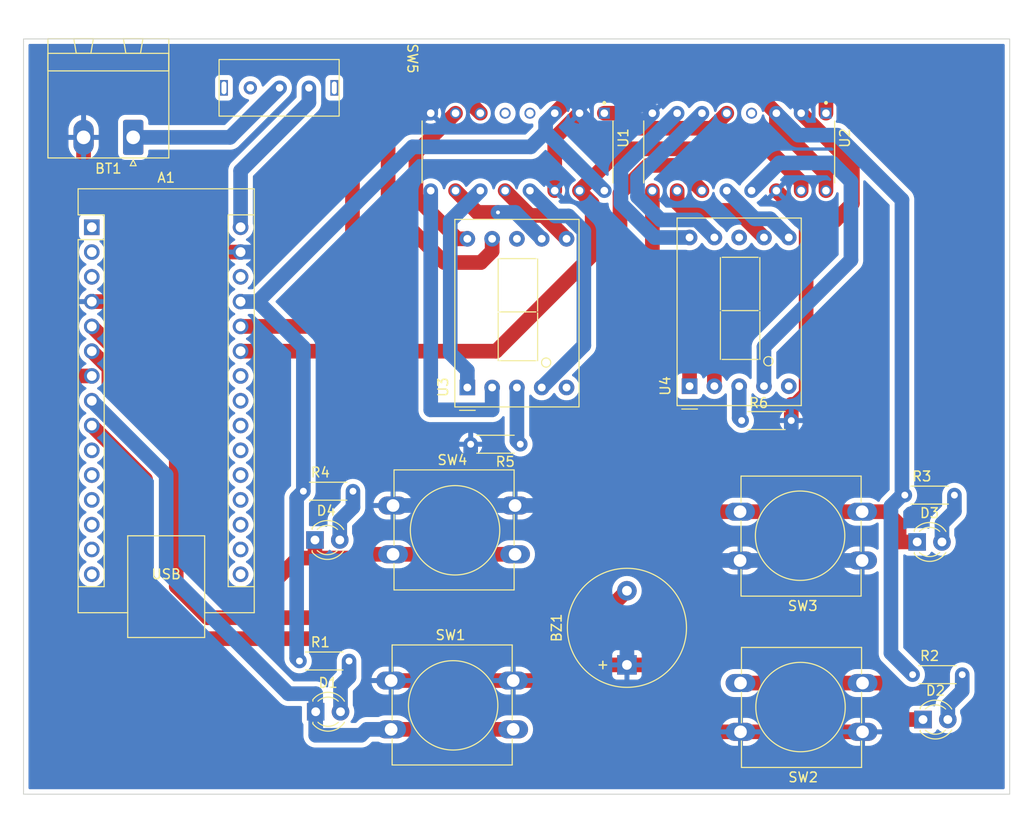
<source format=kicad_pcb>
(kicad_pcb (version 20211014) (generator pcbnew)
  (title_block (title "Simon Dice") (date "2023-02-08"))
  (layers (0 "F.Cu" signal) (31 "B.Cu" signal) (34 "B.Paste" user) (35 "F.Paste" user) (36 "B.SilkS" user "B.Silkscreen") (37 "F.SilkS" user "F.Silkscreen") (38 "B.Mask" user) (39 "F.Mask" user) (44 "Edge.Cuts" user))
  (net 0 "")
  (net 1 "VCC")
  (net 2 "GND")
  (net 6 "Net-(A1-Pad5)")
  (net 7 "Net-(A1-Pad6)")
  (net 8 "Net-(A1-Pad7)")
  (net 9 "Net-(A1-Pad8)")
  (net 10 "Net-(A1-Pad9)")
  (net 26 "Net-(A1-Pad25)")
  (net 27 "Net-(A1-Pad26)")
  (net 28 "+5V")
  (net 30 "Net-(D1-Pad2)")
  (net 31 "Net-(D2-Pad2)")
  (net 32 "Net-(D3-Pad2)")
  (net 33 "Net-(D4-Pad2)")
  (net 34 "Net-(R6-Pad1)")
  (net 35 "Net-(U1-Pad1)")
  (net 38 "Net-(U1-Pad6)")
  (net 39 "Net-(U1-Pad7)")
  (net 40 "Net-(U1-Pad9)")
  (net 41 "Net-(U1-Pad10)")
  (net 42 "Net-(U1-Pad11)")
  (net 43 "Net-(U1-Pad12)")
  (net 44 "Net-(U1-Pad13)")
  (net 46 "Net-(U2-Pad6)")
  (net 47 "Net-(U2-Pad7)")
  (net 48 "Net-(U2-Pad9)")
  (net 49 "Net-(U2-Pad10)")
  (net 50 "Net-(U2-Pad11)")
  (net 51 "Net-(U2-Pad12)")
  (net 52 "Net-(U2-Pad13)")
  (net 55 "Net-(BT1-Pad1)")
  (net 58 "Net-(R5-Pad1)")
  (footprint "Resistor_THT:R_Axial_DIN0204_L3.6mm_D1.6mm_P5.08mm_Horizontal" (layer "F.Cu") (at 171.06 89.6)
    (fp_text reference "R6" (at 1.74 -1.8) (layer "F.SilkS"))
    (fp_text value "470")
    (pad "1" thru_hole circle (at 0 0) (size 1.4 1.4) (drill 0.7) (layers *.Cu *.Mask) (net 34 "Net-(R6-Pad1)"))
    (pad "2" thru_hole oval (at 5.08 0) (size 1.4 1.4) (drill 0.7) (layers *.Cu *.Mask) (net 2 "GND"))
  )
  (footprint "Button_Switch_THT:SW_PUSH-12mm" (layer "F.Cu") (at 135.16 116.245)
    (fp_text reference "SW1" (at 6.08 -4.66) (layer "F.SilkS"))
    (fp_text value "SW_Push")
    (pad "1" thru_hole oval (at 12.5 0) (size 3.048 1.85) (drill 1.3) (layers *.Cu *.Mask) (net 2 "GND"))
    (pad "1" thru_hole oval (at 0 0) (size 3.048 1.85) (drill 1.3) (layers *.Cu *.Mask) (net 2 "GND"))
    (pad "2" thru_hole oval (at 12.5 5) (size 3.048 1.85) (drill 1.3) (layers *.Cu *.Mask) (net 9 "Net-(A1-Pad8)"))
    (pad "2" thru_hole oval (at 0 5) (size 3.048 1.85) (drill 1.3) (layers *.Cu *.Mask) (net 9 "Net-(A1-Pad8)"))
  )
  (footprint "LED_THT:LED_D3.0mm" (layer "F.Cu") (at 127.36 101.84)
    (fp_text reference "D4" (at 1.15 -3) (layer "F.SilkS"))
    (fp_text value "LED")
    (pad "1" thru_hole rect (at 0 0) (size 1.8 1.8) (drill 0.9) (layers *.Cu *.Mask) (net 6 "Net-(A1-Pad5)"))
    (pad "2" thru_hole circle (at 2.54 0) (size 1.8 1.8) (drill 0.9) (layers *.Cu *.Mask) (net 33 "Net-(D4-Pad2)"))
  )
  (footprint "Resistor_THT:R_Axial_DIN0204_L3.6mm_D1.6mm_P5.08mm_Horizontal" (layer "F.Cu") (at 148.3868 92.0242 180)
    (fp_text reference "R5" (at 1.54 -1.8) (layer "F.SilkS"))
    (fp_text value "470")
    (pad "1" thru_hole circle (at 0 0 180) (size 1.4 1.4) (drill 0.7) (layers *.Cu *.Mask) (net 58 "Net-(R5-Pad1)"))
    (pad "2" thru_hole oval (at 5.08 0 180) (size 1.4 1.4) (drill 0.7) (layers *.Cu *.Mask) (net 2 "GND"))
  )
  (footprint "Button_Switch_THT:SW_PUSH-12mm" (layer "F.Cu") (at 183.44 121.5 180)
    (fp_text reference "SW2" (at 6.08 -4.66) (layer "F.SilkS"))
    (fp_text value "SW_Push")
    (pad "1" thru_hole oval (at 0 0 180) (size 3.048 1.85) (drill 1.3) (layers *.Cu *.Mask) (net 2 "GND"))
    (pad "1" thru_hole oval (at 12.5 0 180) (size 3.048 1.85) (drill 1.3) (layers *.Cu *.Mask) (net 2 "GND"))
    (pad "2" thru_hole oval (at 0 5 180) (size 3.048 1.85) (drill 1.3) (layers *.Cu *.Mask) (net 8 "Net-(A1-Pad7)"))
    (pad "2" thru_hole oval (at 12.5 5 180) (size 3.048 1.85) (drill 1.3) (layers *.Cu *.Mask) (net 8 "Net-(A1-Pad7)"))
  )
  (footprint "LED_THT:LED_D3.0mm" (layer "F.Cu") (at 189.635 120.24)
    (fp_text reference "D2" (at 1.27 -2.96) (layer "F.SilkS"))
    (fp_text value "LED")
    (pad "1" thru_hole rect (at 0 0) (size 1.8 1.8) (drill 0.9) (layers *.Cu *.Mask) (net 8 "Net-(A1-Pad7)"))
    (pad "2" thru_hole circle (at 2.54 0) (size 1.8 1.8) (drill 0.9) (layers *.Cu *.Mask) (net 31 "Net-(D2-Pad2)"))
  )
  (footprint "Resistor_THT:R_Axial_DIN0204_L3.6mm_D1.6mm_P5.08mm_Horizontal" (layer "F.Cu") (at 126.17 96.84)
    (fp_text reference "R4" (at 1.74 -1.92) (layer "F.SilkS"))
    (fp_text value "1k")
    (pad "1" thru_hole circle (at 0 0) (size 1.4 1.4) (drill 0.7) (layers *.Cu *.Mask) (net 28 "+5V"))
    (pad "2" thru_hole oval (at 5.08 0) (size 1.4 1.4) (drill 0.7) (layers *.Cu *.Mask) (net 33 "Net-(D4-Pad2)"))
  )
  (footprint "Button_Switch_THT:SW_PUSH-12mm" (layer "F.Cu") (at 183.395 103.94 180)
    (fp_text reference "SW3" (at 6.08 -4.66) (layer "F.SilkS"))
    (fp_text value "SW_Push")
    (pad "1" thru_hole oval (at 12.5 0 180) (size 3.048 1.85) (drill 1.3) (layers *.Cu *.Mask) (net 2 "GND"))
    (pad "1" thru_hole oval (at 0 0 180) (size 3.048 1.85) (drill 1.3) (layers *.Cu *.Mask) (net 2 "GND"))
    (pad "2" thru_hole oval (at 0 5 180) (size 3.048 1.85) (drill 1.3) (layers *.Cu *.Mask) (net 7 "Net-(A1-Pad6)"))
    (pad "2" thru_hole oval (at 12.5 5 180) (size 3.048 1.85) (drill 1.3) (layers *.Cu *.Mask) (net 7 "Net-(A1-Pad6)"))
  )
  (footprint "Button_Switch_THT:SW_PUSH-12mm" (layer "F.Cu") (at 135.355 98.305)
    (fp_text reference "SW4" (at 6.08 -4.66) (layer "F.SilkS"))
    (fp_text value "SW_Push")
    (pad "1" thru_hole oval (at 0 0) (size 3.048 1.85) (drill 1.3) (layers *.Cu *.Mask) (net 2 "GND"))
    (pad "1" thru_hole oval (at 12.5 0) (size 3.048 1.85) (drill 1.3) (layers *.Cu *.Mask) (net 2 "GND"))
    (pad "2" thru_hole oval (at 0 5) (size 3.048 1.85) (drill 1.3) (layers *.Cu *.Mask) (net 6 "Net-(A1-Pad5)"))
    (pad "2" thru_hole oval (at 12.5 5) (size 3.048 1.85) (drill 1.3) (layers *.Cu *.Mask) (net 6 "Net-(A1-Pad5)"))
  )
  (footprint "Resistor_THT:R_Axial_DIN0204_L3.6mm_D1.6mm_P5.08mm_Horizontal" (layer "F.Cu") (at 188.57 115.64)
    (fp_text reference "R2" (at 1.74 -1.92) (layer "F.SilkS"))
    (fp_text value "1k")
    (pad "1" thru_hole circle (at 0 0) (size 1.4 1.4) (drill 0.7) (layers *.Cu *.Mask) (net 28 "+5V"))
    (pad "2" thru_hole oval (at 5.08 0) (size 1.4 1.4) (drill 0.7) (layers *.Cu *.Mask) (net 31 "Net-(D2-Pad2)"))
  )
  (footprint "Display_7Segment:D1X8K" (layer "F.Cu") (at 142.9637 86.2123 90)
    (fp_text reference "U3" (at 0.03 -2.48 90) (layer "F.SilkS"))
    (fp_text value "D148K")
    (pad "1" thru_hole rect (at 0 0) (size 1.6 1.6) (drill 0.8) (layers *.Cu *.Mask) (net 42 "Net-(U1-Pad11)"))
    (pad "2" thru_hole circle (at 0 2.54) (size 1.6 1.6) (drill 0.8) (layers *.Cu *.Mask) (net 40 "Net-(U1-Pad9)"))
    (pad "3" thru_hole circle (at 0 5.08) (size 1.6 1.6) (drill 0.8) (layers *.Cu *.Mask) (net 58 "Net-(R5-Pad1)"))
    (pad "4" thru_hole circle (at 0 7.62) (size 1.6 1.6) (drill 0.8) (layers *.Cu *.Mask) (net 44 "Net-(U1-Pad13)"))
    (pad "5" thru_hole circle (at 0 10.16) (size 1.6 1.6) (drill 0.8) (layers *.Cu *.Mask))
    (pad "6" thru_hole circle (at 15.24 10.16) (size 1.6 1.6) (drill 0.8) (layers *.Cu *.Mask) (net 43 "Net-(U1-Pad12)"))
    (pad "7" thru_hole circle (at 15.24 7.62) (size 1.6 1.6) (drill 0.8) (layers *.Cu *.Mask) (net 41 "Net-(U1-Pad10)"))
    (pad "8" thru_hole circle (at 15.24 5.08) (size 1.6 1.6) (drill 0.8) (layers *.Cu *.Mask))
    (pad "9" thru_hole circle (at 15.24 2.54) (size 1.6 1.6) (drill 0.8) (layers *.Cu *.Mask) (net 38 "Net-(U1-Pad6)"))
    (pad "10" thru_hole circle (at 15.24 0) (size 1.6 1.6) (drill 0.8) (layers *.Cu *.Mask) (net 39 "Net-(U1-Pad7)"))
  )
  (footprint "Module:Arduino_Nano" (layer "F.Cu") (at 104.5 69.79)
    (fp_text reference "A1" (at 7.62 -5.08) (layer "F.SilkS"))
    (fp_text value "Arduino_Nano_v3.x")
    (fp_text user "USB" (at 7.62 35.56 unlocked) (layer "F.SilkS"))
    (pad "1" thru_hole rect (at 0 0) (size 1.6 1.6) (drill 1) (layers *.Cu *.Mask))
    (pad "2" thru_hole oval (at 0 2.54) (size 1.6 1.6) (drill 1) (layers *.Cu *.Mask))
    (pad "3" thru_hole oval (at 0 5.08) (size 1.6 1.6) (drill 1) (layers *.Cu *.Mask))
    (pad "4" thru_hole oval (at 0 7.62) (size 1.6 1.6) (drill 1) (layers *.Cu *.Mask) (net 2 "GND"))
    (pad "5" thru_hole oval (at 0 10.16) (size 1.6 1.6) (drill 1) (layers *.Cu *.Mask) (net 6 "Net-(A1-Pad5)"))
    (pad "6" thru_hole oval (at 0 12.7) (size 1.6 1.6) (drill 1) (layers *.Cu *.Mask) (net 7 "Net-(A1-Pad6)"))
    (pad "7" thru_hole oval (at 0 15.24) (size 1.6 1.6) (drill 1) (layers *.Cu *.Mask) (net 8 "Net-(A1-Pad7)"))
    (pad "8" thru_hole oval (at 0 17.78) (size 1.6 1.6) (drill 1) (layers *.Cu *.Mask) (net 9 "Net-(A1-Pad8)"))
    (pad "9" thru_hole oval (at 0 20.32) (size 1.6 1.6) (drill 1) (layers *.Cu *.Mask) (net 10 "Net-(A1-Pad9)"))
    (pad "10" thru_hole oval (at 0 22.86) (size 1.6 1.6) (drill 1) (layers *.Cu *.Mask))
    (pad "11" thru_hole oval (at 0 25.4) (size 1.6 1.6) (drill 1) (layers *.Cu *.Mask))
    (pad "12" thru_hole oval (at 0 27.94) (size 1.6 1.6) (drill 1) (layers *.Cu *.Mask))
    (pad "13" thru_hole oval (at 0 30.48) (size 1.6 1.6) (drill 1) (layers *.Cu *.Mask))
    (pad "14" thru_hole oval (at 0 33.02) (size 1.6 1.6) (drill 1) (layers *.Cu *.Mask))
    (pad "15" thru_hole oval (at 0 35.56) (size 1.6 1.6) (drill 1) (layers *.Cu *.Mask))
    (pad "16" thru_hole oval (at 15.24 35.56) (size 1.6 1.6) (drill 1) (layers *.Cu *.Mask))
    (pad "17" thru_hole oval (at 15.24 33.02) (size 1.6 1.6) (drill 1) (layers *.Cu *.Mask))
    (pad "18" thru_hole oval (at 15.24 30.48) (size 1.6 1.6) (drill 1) (layers *.Cu *.Mask))
    (pad "19" thru_hole oval (at 15.24 27.94) (size 1.6 1.6) (drill 1) (layers *.Cu *.Mask))
    (pad "20" thru_hole oval (at 15.24 25.4) (size 1.6 1.6) (drill 1) (layers *.Cu *.Mask))
    (pad "21" thru_hole oval (at 15.24 22.86) (size 1.6 1.6) (drill 1) (layers *.Cu *.Mask))
    (pad "22" thru_hole oval (at 15.24 20.32) (size 1.6 1.6) (drill 1) (layers *.Cu *.Mask))
    (pad "23" thru_hole oval (at 15.24 17.78) (size 1.6 1.6) (drill 1) (layers *.Cu *.Mask))
    (pad "24" thru_hole oval (at 15.24 15.24) (size 1.6 1.6) (drill 1) (layers *.Cu *.Mask))
    (pad "25" thru_hole oval (at 15.24 12.7) (size 1.6 1.6) (drill 1) (layers *.Cu *.Mask) (net 26 "Net-(A1-Pad25)"))
    (pad "26" thru_hole oval (at 15.24 10.16) (size 1.6 1.6) (drill 1) (layers *.Cu *.Mask) (net 27 "Net-(A1-Pad26)"))
    (pad "27" thru_hole oval (at 15.24 7.62) (size 1.6 1.6) (drill 1) (layers *.Cu *.Mask) (net 28 "+5V"))
    (pad "28" thru_hole oval (at 15.24 5.08) (size 1.6 1.6) (drill 1) (layers *.Cu *.Mask))
    (pad "29" thru_hole oval (at 15.24 2.54) (size 1.6 1.6) (drill 1) (layers *.Cu *.Mask) (net 2 "GND"))
    (pad "30" thru_hole oval (at 15.24 0) (size 1.6 1.6) (drill 1) (layers *.Cu *.Mask) (net 1 "VCC"))
  )
  (footprint "slide_switch:Switch_Slide_SPDT_SS-12F44-G5" (layer "F.Cu") (at 129.7375 55.5 -90)
    (fp_text reference "SW5" (at -3 -7.6 -90 unlocked) (layer "F.SilkS"))
    (fp_text value "SS-12F44-G5")
    (pad "" np_thru_hole rect (at 0 0.4 270) (size 1.6 0.8) (drill oval 1.3 0.5) (layers F&B.Cu *.Mask))
    (pad "" np_thru_hole rect (at 0 11.7 270) (size 1.6 0.8) (drill oval 1.3 0.5) (layers F&B.Cu *.Mask))
    (pad "2" thru_hole circle (at 0 3 270) (size 1.362 1.362) (drill 0.762) (layers *.Cu *.Mask) (net 1 "VCC"))
    (pad "3" thru_hole circle (at 0 6 270) (size 1.362 1.362) (drill 0.762) (layers *.Cu *.Mask) (net 55 "Net-(BT1-Pad1)"))
    (pad "4" thru_hole circle (at 0 9 270) (size 1.362 1.362) (drill 0.762) (layers *.Cu *.Mask))
  )
  (footprint "Resistor_THT:R_Axial_DIN0204_L3.6mm_D1.6mm_P5.08mm_Horizontal" (layer "F.Cu") (at 187.77 97.24)
    (fp_text reference "R3" (at 1.74 -1.92) (layer "F.SilkS"))
    (fp_text value "1k")
    (pad "1" thru_hole circle (at 0 0) (size 1.4 1.4) (drill 0.7) (layers *.Cu *.Mask) (net 28 "+5V"))
    (pad "2" thru_hole oval (at 5.08 0) (size 1.4 1.4) (drill 0.7) (layers *.Cu *.Mask) (net 32 "Net-(D3-Pad2)"))
  )
  (footprint "CD4033:DIP794W45P254L1969H508Q16" (layer "F.Cu") (at 170.805 62.07 -90)
    (fp_text reference "U2" (at -1.425 -10.835 90) (layer "F.SilkS"))
    (fp_text value "CD4033BE")
    (pad "1" thru_hole rect locked (at -3.97 -8.89 270) (size 1.13 1.13) (drill 0.78) (layers *.Cu *.Mask) (net 27 "Net-(A1-Pad26)"))
    (pad "2" thru_hole circle locked (at -3.97 -6.35 270) (size 1.13 1.13) (drill 0.78) (layers *.Cu *.Mask) (net 2 "GND"))
    (pad "3" thru_hole circle locked (at -3.97 -3.81 270) (size 1.13 1.13) (drill 0.78) (layers *.Cu *.Mask) (net 28 "+5V"))
    (pad "4" thru_hole circle locked (at -3.97 -1.27 270) (size 1.13 1.13) (drill 0.78) (layers *.Cu *.Mask))
    (pad "5" thru_hole circle locked (at -3.97 1.27 270) (size 1.13 1.13) (drill 0.78) (layers *.Cu *.Mask) (net 35 "Net-(U1-Pad1)"))
    (pad "6" thru_hole circle locked (at -3.97 3.81 270) (size 1.13 1.13) (drill 0.78) (layers *.Cu *.Mask) (net 46 "Net-(U2-Pad6)"))
    (pad "7" thru_hole circle locked (at -3.97 6.35 270) (size 1.13 1.13) (drill 0.78) (layers *.Cu *.Mask) (net 47 "Net-(U2-Pad7)"))
    (pad "8" thru_hole circle locked (at -3.97 8.89 270) (size 1.13 1.13) (drill 0.78) (layers *.Cu *.Mask) (net 2 "GND"))
    (pad "9" thru_hole circle locked (at 3.97 8.89 270) (size 1.13 1.13) (drill 0.78) (layers *.Cu *.Mask) (net 48 "Net-(U2-Pad9)"))
    (pad "10" thru_hole circle locked (at 3.97 6.35 270) (size 1.13 1.13) (drill 0.78) (layers *.Cu *.Mask) (net 49 "Net-(U2-Pad10)"))
    (pad "11" thru_hole circle locked (at 3.97 3.81 270) (size 1.13 1.13) (drill 0.78) (layers *.Cu *.Mask) (net 50 "Net-(U2-Pad11)"))
    (pad "12" thru_hole circle locked (at 3.97 1.27 270) (size 1.13 1.13) (drill 0.78) (layers *.Cu *.Mask) (net 51 "Net-(U2-Pad12)"))
    (pad "13" thru_hole circle locked (at 3.97 -1.27 270) (size 1.13 1.13) (drill 0.78) (layers *.Cu *.Mask) (net 52 "Net-(U2-Pad13)"))
    (pad "14" thru_hole circle locked (at 3.97 -3.81 270) (size 1.13 1.13) (drill 0.78) (layers *.Cu *.Mask) (net 2 "GND"))
    (pad "15" thru_hole circle locked (at 3.97 -6.35 270) (size 1.13 1.13) (drill 0.78) (layers *.Cu *.Mask) (net 26 "Net-(A1-Pad25)"))
    (pad "16" thru_hole circle locked (at 3.97 -8.89 270) (size 1.13 1.13) (drill 0.78) (layers *.Cu *.Mask) (net 28 "+5V"))
  )
  (footprint "Resistor_THT:R_Axial_DIN0204_L3.6mm_D1.6mm_P5.08mm_Horizontal" (layer "F.Cu") (at 125.77 114.24)
    (fp_text reference "R1" (at 2.14 -1.92) (layer "F.SilkS"))
    (fp_text value "1k")
    (pad "1" thru_hole circle (at 0 0) (size 1.4 1.4) (drill 0.7) (layers *.Cu *.Mask) (net 28 "+5V"))
    (pad "2" thru_hole oval (at 5.08 0) (size 1.4 1.4) (drill 0.7) (layers *.Cu *.Mask) (net 30 "Net-(D1-Pad2)"))
  )
  (footprint "CD4033:DIP794W45P254L1969H508Q16" (layer "F.Cu") (at 148.105 62.07 -90)
    (fp_text reference "U1" (at -1.425 -10.835 90) (layer "F.SilkS"))
    (fp_text value "CD4033BE")
    (pad "1" thru_hole rect locked (at -3.97 -8.89 270) (size 1.13 1.13) (drill 0.78) (layers *.Cu *.Mask) (net 35 "Net-(U1-Pad1)"))
    (pad "2" thru_hole circle locked (at -3.97 -6.35 270) (size 1.13 1.13) (drill 0.78) (layers *.Cu *.Mask) (net 2 "GND"))
    (pad "3" thru_hole circle locked (at -3.97 -3.81 270) (size 1.13 1.13) (drill 0.78) (layers *.Cu *.Mask) (net 28 "+5V"))
    (pad "4" thru_hole circle locked (at -3.97 -1.27 270) (size 1.13 1.13) (drill 0.78) (layers *.Cu *.Mask))
    (pad "5" thru_hole circle locked (at -3.97 1.27 270) (size 1.13 1.13) (drill 0.78) (layers *.Cu *.Mask))
    (pad "6" thru_hole circle locked (at -3.97 3.81 270) (size 1.13 1.13) (drill 0.78) (layers *.Cu *.Mask) (net 38 "Net-(U1-Pad6)"))
    (pad "7" thru_hole circle locked (at -3.97 6.35 270) (size 1.13 1.13) (drill 0.78) (layers *.Cu *.Mask) (net 39 "Net-(U1-Pad7)"))
    (pad "8" thru_hole circle locked (at -3.97 8.89 270) (size 1.13 1.13) (drill 0.78) (layers *.Cu *.Mask) (net 2 "GND"))
    (pad "9" thru_hole circle locked (at 3.97 8.89 270) (size 1.13 1.13) (drill 0.78) (layers *.Cu *.Mask) (net 40 "Net-(U1-Pad9)"))
    (pad "10" thru_hole circle locked (at 3.97 6.35 270) (size 1.13 1.13) (drill 0.78) (layers *.Cu *.Mask) (net 41 "Net-(U1-Pad10)"))
    (pad "11" thru_hole circle locked (at 3.97 3.81 270) (size 1.13 1.13) (drill 0.78) (layers *.Cu *.Mask) (net 42 "Net-(U1-Pad11)"))
    (pad "12" thru_hole circle locked (at 3.97 1.27 270) (size 1.13 1.13) (drill 0.78) (layers *.Cu *.Mask) (net 43 "Net-(U1-Pad12)"))
    (pad "13" thru_hole circle locked (at 3.97 -1.27 270) (size 1.13 1.13) (drill 0.78) (layers *.Cu *.Mask) (net 44 "Net-(U1-Pad13)"))
    (pad "14" thru_hole circle locked (at 3.97 -3.81 270) (size 1.13 1.13) (drill 0.78) (layers *.Cu *.Mask) (net 2 "GND"))
    (pad "15" thru_hole circle locked (at 3.97 -6.35 270) (size 1.13 1.13) (drill 0.78) (layers *.Cu *.Mask) (net 26 "Net-(A1-Pad25)"))
    (pad "16" thru_hole circle locked (at 3.97 -8.89 270) (size 1.13 1.13) (drill 0.78) (layers *.Cu *.Mask) (net 28 "+5V"))
  )
  (footprint "Display_7Segment:D1X8K" (layer "F.Cu") (at 165.725 86.0775 90)
    (fp_text reference "U4" (at 0.03 -2.48 90) (layer "F.SilkS"))
    (fp_text value "D148K")
    (pad "1" thru_hole rect (at 0 0) (size 1.6 1.6) (drill 0.8) (layers *.Cu *.Mask) (net 50 "Net-(U2-Pad11)"))
    (pad "2" thru_hole circle (at 0 2.54) (size 1.6 1.6) (drill 0.8) (layers *.Cu *.Mask) (net 48 "Net-(U2-Pad9)"))
    (pad "3" thru_hole circle (at 0 5.08) (size 1.6 1.6) (drill 0.8) (layers *.Cu *.Mask) (net 34 "Net-(R6-Pad1)"))
    (pad "4" thru_hole circle (at 0 7.62) (size 1.6 1.6) (drill 0.8) (layers *.Cu *.Mask) (net 52 "Net-(U2-Pad13)"))
    (pad "5" thru_hole circle (at 0 10.16) (size 1.6 1.6) (drill 0.8) (layers *.Cu *.Mask))
    (pad "6" thru_hole circle (at 15.24 10.16) (size 1.6 1.6) (drill 0.8) (layers *.Cu *.Mask) (net 51 "Net-(U2-Pad12)"))
    (pad "7" thru_hole circle (at 15.24 7.62) (size 1.6 1.6) (drill 0.8) (layers *.Cu *.Mask) (net 49 "Net-(U2-Pad10)"))
    (pad "8" thru_hole circle (at 15.24 5.08) (size 1.6 1.6) (drill 0.8) (layers *.Cu *.Mask))
    (pad "9" thru_hole circle (at 15.24 2.54) (size 1.6 1.6) (drill 0.8) (layers *.Cu *.Mask) (net 46 "Net-(U2-Pad6)"))
    (pad "10" thru_hole circle (at 15.24 0) (size 1.6 1.6) (drill 0.8) (layers *.Cu *.Mask) (net 47 "Net-(U2-Pad7)"))
  )
  (footprint "Connector_Phoenix_MSTB:PhoenixContact_MSTBA_2,5_2-G-5,08_1x02_P5.08mm_Horizontal" (layer "F.Cu") (at 108.74 60.5775 180)
    (fp_text reference "BT1" (at 2.54 -3.2) (layer "F.SilkS"))
    (fp_text value "Battery_Cell")
    (pad "1" thru_hole roundrect (at 0 0 180) (size 2.08 3.6) (drill 1.4) (layers *.Cu *.Mask) (roundrect_rratio 0.1201918269) (net 55 "Net-(BT1-Pad1)"))
    (pad "2" thru_hole oval (at 5.08 0 180) (size 2.08 3.6) (drill 1.4) (layers *.Cu *.Mask) (net 2 "GND"))
  )
  (footprint "Buzzer_Beeper:Buzzer_12x9.5RM7.6" (layer "F.Cu") (at 159.31 114.64 90)
    (fp_text reference "BZ1" (at 3.8 -7.2 90) (layer "F.SilkS"))
    (fp_text value "Buzzer")
    (fp_text user "+" (at -0.01 -2.54 90) (layer "F.SilkS"))
    (pad "1" thru_hole rect (at 0 0 90) (size 2 2) (drill 1) (layers *.Cu *.Mask) (net 2 "GND"))
    (pad "2" thru_hole circle (at 7.6 0 90) (size 2 2) (drill 1) (layers *.Cu *.Mask) (net 10 "Net-(A1-Pad9)"))
  )
  (footprint "LED_THT:LED_D3.0mm" (layer "F.Cu") (at 189.035 102.04)
    (fp_text reference "D3" (at 1.27 -2.96) (layer "F.SilkS"))
    (fp_text value "LED")
    (pad "1" thru_hole rect (at 0 0) (size 1.8 1.8) (drill 0.9) (layers *.Cu *.Mask) (net 7 "Net-(A1-Pad6)"))
    (pad "2" thru_hole circle (at 2.54 0) (size 1.8 1.8) (drill 0.9) (layers *.Cu *.Mask) (net 32 "Net-(D3-Pad2)"))
  )
  (footprint "LED_THT:LED_D3.0mm" (layer "F.Cu") (at 127.435 119.44)
    (fp_text reference "D1" (at 1.27 -2.96) (layer "F.SilkS"))
    (fp_text value "LED")
    (pad "1" thru_hole rect (at 0 0) (size 1.8 1.8) (drill 0.9) (layers *.Cu *.Mask) (net 9 "Net-(A1-Pad8)"))
    (pad "2" thru_hole circle (at 2.54 0) (size 1.8 1.8) (drill 0.9) (layers *.Cu *.Mask) (net 30 "Net-(D1-Pad2)"))
  )
  (gr_rect (start 97.51 50.49) (end 198.51 127.89) (layer "Edge.Cuts") (width 0.1) (fill none))
  (segment (start 126.7375 55.5) (end 126.7375 57.0125) (width 1.5) (layer "B.Cu") (net 1))
  (segment (start 119.74 64.01) (end 119.74 69.79) (width 1.5) (layer "B.Cu") (net 1))
  (segment (start 126.7375 57.0125) (end 119.74 64.01) (width 1.5) (layer "B.Cu") (net 1))
  (segment (start 177.6621 69.0871) (end 174.615 66.04) (width 1.5) (layer "F.Cu") (net 2))
  (segment (start 147.66 116.245) (end 150.1343 116.245) (width 1.5) (layer "F.Cu") (net 2))
  (segment (start 159.31 114.64) (end 161.2603 114.64) (width 1.5) (layer "F.Cu") (net 2))
  (segment (start 183.44 121.5) (end 170.94 121.5) (width 1.5) (layer "F.Cu") (net 2))
  (segment (start 161.2603 114.64) (end 168.1203 121.5) (width 1.5) (layer "F.Cu") (net 2))
  (segment (start 177.6621 86.8426) (end 177.6621 69.0871) (width 1.5) (layer "F.Cu") (net 2))
  (segment (start 176.14 89.6) (end 176.14 87.9497) (width 1.5) (layer "F.Cu") (net 2))
  (segment (start 135.16 116.245) (end 147.66 116.245) (width 1.5) (layer "F.Cu") (net 2))
  (segment (start 180.6629 69.0871) (end 177.6621 69.0871) (width 1.5) (layer "F.Cu") (net 2))
  (segment (start 182.4 63.345) (end 182.4 67.35) (width 1.5) (layer "F.Cu") (net 2))
  (segment (start 159.31 114.64) (end 151.7393 114.64) (width 1.5) (layer "F.Cu") (net 2))
  (segment (start 177.155 58.1) (end 182.4 63.345) (width 1.5) (layer "F.Cu") (net 2))
  (segment (start 107.75 77.41) (end 112.83 72.33) (width 1.5) (layer "F.Cu") (net 2))
  (segment (start 176.555 87.9497) (end 177.6621 86.8426) (width 1.5) (layer "F.Cu") (net 2))
  (segment (start 151.7393 114.64) (end 150.1343 116.245) (width 1.5) (layer "F.Cu") (net 2))
  (segment (start 154.455 58.1) (end 151.915 60.64) (width 1.5) (layer "F.Cu") (net 2))
  (segment (start 182.4 67.35) (end 180.6629 69.0871) (width 1.5) (layer "F.Cu") (net 2))
  (segment (start 151.915 60.64) (end 151.915 66.04) (width 1.5) (layer "F.Cu") (net 2))
  (segment (start 168.1203 121.5) (end 170.94 121.5) (width 1.5) (layer "F.Cu") (net 2))
  (segment (start 112.83 72.33) (end 119.74 72.33) (width 1.5) (layer "F.Cu") (net 2))
  (segment (start 103.66 60.5775) (end 103.66 63.16) (width 1.5) (layer "F.Cu") (net 2))
  (segment (start 103.66 63.16) (end 112.83 72.33) (width 1.5) (layer "F.Cu") (net 2))
  (segment (start 104.5 77.41) (end 107.75 77.41) (width 1.5) (layer "F.Cu") (net 2))
  (segment (start 176.14 87.9497) (end 176.555 87.9497) (width 1.5) (layer "F.Cu") (net 2))
  (segment (start 160.3996 59.6154) (end 155.9704 59.6154) (width 1.5) (layer "B.Cu") (net 2))
  (segment (start 159.31 112.6897) (end 161.9815 110.0182) (width 1.5) (layer "B.Cu") (net 2))
  (segment (start 139.215 58.1) (end 135.7203 58.1) (width 1.5) (layer "B.Cu") (net 2))
  (segment (start 119.74 72.33) (end 121.4903 72.33) (width 1.5) (layer "B.Cu") (net 2))
  (segment (start 161.9815 106.8753) (end 161.9815 105.0315) (width 1.5) (layer "B.Cu") (net 2))
  (segment (start 176.14 103.94) (end 183.395 103.94) (width 1.5) (layer "B.Cu") (net 2))
  (segment (start 176.14 89.6) (end 176.14 91.2503) (width 1.5) (layer "B.Cu") (net 2))
  (segment (start 170.895 103.94) (end 172.1322 103.94) (width 1.5) (layer "B.Cu") (net 2))
  (segment (start 143.3068 98.305) (end 143.3068 92.0242) (width 1.5) (layer "B.Cu") (net 2))
  (segment (start 161.6 55.8) (end 161.6 57.785) (width 1.5) (layer "B.Cu") (net 2))
  (segment (start 176.14 103.94) (end 176.14 91.2503) (width 1.5) (layer "B.Cu") (net 2))
  (segment (start 172.1322 103.94) (end 176.14 103.94) (width 1.5) (layer "B.Cu") (net 2))
  (segment (start 177.155 55.45) (end 161.95 55.45) (width 1.5) (layer "B.Cu") (net 2))
  (segment (start 154.455 58.1) (end 154.455 55.405) (width 1.5) (layer "B.Cu") (net 2))
  (segment (start 161.915 58.1) (end 160.3996 59.6154) (width 1.5) (layer "B.Cu") (net 2))
  (segment (start 159.31 114.64) (end 159.31 112.6897) (width 1.5) (layer "B.Cu") (net 2))
  (segment (start 161.6 57.785) (end 161.915 58.1) (width 1.5) (layer "B.Cu") (net 2))
  (segment (start 161.9815 106.8753) (end 165.4854 106.8753) (width 1.5) (layer "B.Cu") (net 2))
  (segment (start 147.855 98.305) (end 143.3068 98.305) (width 1.5) (layer "B.Cu") (net 2))
  (segment (start 154.455 55.405) (end 154.4 55.35) (width 1.5) (layer "B.Cu") (net 2))
  (segment (start 177.155 58.1) (end 177.155 55.45) (width 1.5) (layer "B.Cu") (net 2))
  (segment (start 135.7203 58.1) (end 121.4903 72.33) (width 1.5) (layer "B.Cu") (net 2))
  (segment (start 155.9704 59.6154) (end 154.455 58.1) (width 1.5) (layer "B.Cu") (net 2))
  (segment (start 161.9815 105.0315) (end 155.255 98.305) (width 1.5) (layer "B.Cu") (net 2))
  (segment (start 161.95 55.45) (end 161.6 55.8) (width 1.5) (layer "B.Cu") (net 2))
  (segment (start 135.355 98.305) (end 147.855 98.305) (width 1.5) (layer "B.Cu") (net 2))
  (segment (start 139.215 55.35) (end 139.215 58.1) (width 1.5) (layer "B.Cu") (net 2))
  (segment (start 161.9815 110.0182) (end 161.9815 106.8753) (width 1.5) (layer "B.Cu") (net 2))
  (segment (start 154.4 55.35) (end 139.215 55.35) (width 1.5) (layer "B.Cu") (net 2))
  (segment (start 165.4854 106.8753) (end 168.4207 103.94) (width 1.5) (layer "B.Cu") (net 2))
  (segment (start 155.255 98.305) (end 147.855 98.305) (width 1.5) (layer "B.Cu") (net 2))
  (segment (start 170.895 103.94) (end 168.4207 103.94) (width 1.5) (layer "B.Cu") (net 2))
  (segment (start 116.4893 91.9393) (end 116.4893 106.3893) (width 1.5) (layer "F.Cu") (net 6))
  (segment (start 117.9 107.8) (end 121.5 107.8) (width 1.5) (layer "F.Cu") (net 6))
  (segment (start 127.36 101.84) (end 127.36 103.6903) (width 1.5) (layer "F.Cu") (net 6))
  (segment (start 132.8807 103.305) (end 132.4954 103.6903) (width 1.5) (layer "F.Cu") (net 6))
  (segment (start 147.855 103.305) (end 135.355 103.305) (width 1.5) (layer "F.Cu") (net 6))
  (segment (start 125.6097 103.6903) (end 127.36 103.6903) (width 1.5) (layer "F.Cu") (net 6))
  (segment (start 104.5 79.95) (end 116.4893 91.9393) (width 1.5) (layer "F.Cu") (net 6))
  (segment (start 132.4954 103.6903) (end 127.36 103.6903) (width 1.5) (layer "F.Cu") (net 6))
  (segment (start 116.4893 106.3893) (end 117.9 107.8) (width 1.5) (layer "F.Cu") (net 6))
  (segment (start 135.355 103.305) (end 132.8807 103.305) (width 1.5) (layer "F.Cu") (net 6))
  (segment (start 121.5 107.8) (end 125.6097 103.6903) (width 1.5) (layer "F.Cu") (net 6))
  (segment (start 187.1847 100.2554) (end 185.8693 98.94) (width 1.5) (layer "F.Cu") (net 7))
  (segment (start 113.15 106.6) (end 116.35 109.8) (width 1.5) (layer "F.Cu") (net 7))
  (segment (start 187.1847 102.04) (end 187.1847 100.2554) (width 1.5) (layer "F.Cu") (net 7))
  (segment (start 161.1221 98.94) (end 170.895 98.94) (width 1.5) (layer "F.Cu") (net 7))
  (segment (start 104.5 82.49) (end 106.25 84.24) (width 1.5) (layer "F.Cu") (net 7))
  (segment (start 150.2621 109.8) (end 161.1221 98.94) (width 1.5) (layer "F.Cu") (net 7))
  (segment (start 106.25 84.24) (end 106.25 86) (width 1.5) (layer "F.Cu") (net 7))
  (segment (start 183.395 98.94) (end 185.8693 98.94) (width 1.5) (layer "F.Cu") (net 7))
  (segment (start 183.395 98.94) (end 170.895 98.94) (width 1.5) (layer "F.Cu") (net 7))
  (segment (start 106.25 86) (end 113.15 92.9) (width 1.5) (layer "F.Cu") (net 7))
  (segment (start 189.035 102.04) (end 187.1847 102.04) (width 1.5) (layer "F.Cu") (net 7))
  (segment (start 113.15 92.9) (end 113.15 106.6) (width 1.5) (layer "F.Cu") (net 7))
  (segment (start 116.35 109.8) (end 150.2621 109.8) (width 1.5) (layer "F.Cu") (net 7))
  (segment (start 186.59735 119.05265) (end 186.4 119.25) (width 1.5) (layer "F.Cu") (net 8))
  (segment (start 189.635 120.24) (end 187.7847 120.24) (width 1.5) (layer "F.Cu") (net 8))
  (segment (start 99.45 85.3) (end 99.72 85.03) (width 1.5) (layer "F.Cu") (net 8))
  (segment (start 183.44 116.5) (end 180.9657 116.5) (width 1.5) (layer "F.Cu") (net 8))
  (segment (start 183.44 116.5) (end 185.9143 116.5) (width 1.5) (layer "F.Cu") (net 8))
  (segment (start 185.9143 118.3696) (end 185.9143 116.5) (width 1.5) (layer "F.Cu") (net 8))
  (segment (start 99.72 85.03) (end 104.5 85.03) (width 1.5) (layer "F.Cu") (net 8))
  (segment (start 186.4 124.4) (end 99.45 124.4) (width 1.5) (layer "F.Cu") (net 8))
  (segment (start 187.7847 120.24) (end 186.59735 119.05265) (width 1.5) (layer "F.Cu") (net 8))
  (segment (start 186.4 119.25) (end 186.4 124.4) (width 1.5) (layer "F.Cu") (net 8))
  (segment (start 186.59735 119.05265) (end 185.9143 118.3696) (width 1.5) (layer "F.Cu") (net 8))
  (segment (start 99.45 124.4) (end 99.45 85.3) (width 1.5) (layer "F.Cu") (net 8))
  (segment (start 170.94 116.5) (end 180.9657 116.5) (width 1.5) (layer "F.Cu") (net 8))
  (segment (start 135.16 121.245) (end 147.66 121.245) (width 1.5) (layer "F.Cu") (net 9))
  (segment (start 127.435 117.5897) (end 127.435 119.44) (width 1.5) (layer "B.Cu") (net 9))
  (segment (start 132.0807 121.85) (end 132.6857 121.245) (width 1.5) (layer "B.Cu") (net 9))
  (segment (start 127.435 119.44) (end 127.435 121.85) (width 1.5) (layer "B.Cu") (net 9))
  (segment (start 112.12 105.07) (end 124.6397 117.5897) (width 1.5) (layer "B.Cu") (net 9))
  (segment (start 124.6397 117.5897) (end 127.435 117.5897) (width 1.5) (layer "B.Cu") (net 9))
  (segment (start 112.12 95.19) (end 112.12 105.07) (width 1.5) (layer "B.Cu") (net 9))
  (segment (start 132.6857 121.245) (end 135.16 121.245) (width 1.5) (layer "B.Cu") (net 9))
  (segment (start 104.5 87.57) (end 112.12 95.19) (width 1.5) (layer "B.Cu") (net 9))
  (segment (start 127.435 121.85) (end 132.0807 121.85) (width 1.5) (layer "B.Cu") (net 9))
  (segment (start 110 95.61) (end 110 111.95) (width 1.5) (layer "F.Cu") (net 10))
  (segment (start 110 111.95) (end 154.4 111.95) (width 1.5) (layer "F.Cu") (net 10))
  (segment (start 154.4 111.95) (end 159.31 107.04) (width 1.5) (layer "F.Cu") (net 10))
  (segment (start 104.5 90.11) (end 110 95.61) (width 1.5) (layer "F.Cu") (net 10))
  (segment (start 154.455 66.04) (end 155.75 67.335) (width 1.5) (layer "F.Cu") (net 26))
  (segment (start 177.155 66.04) (end 177.155 65.155) (width 1.5) (layer "F.Cu") (net 26))
  (segment (start 145.91 82.49) (end 119.74 82.49) (width 1.5) (layer "F.Cu") (net 26))
  (segment (start 173.75 61.75) (end 158.745 61.75) (width 1.5) (layer "F.Cu") (net 26))
  (segment (start 177.155 65.155) (end 173.75 61.75) (width 1.5) (layer "F.Cu") (net 26))
  (segment (start 158.745 61.75) (end 154.455 66.04) (width 1.5) (layer "F.Cu") (net 26))
  (segment (start 155.75 67.335) (end 155.75 72.65) (width 1.5) (layer "F.Cu") (net 26))
  (segment (start 155.75 72.65) (end 145.91 82.49) (width 1.5) (layer "F.Cu") (net 26))
  (segment (start 137.65 53.05) (end 131.2 59.5) (width 1.5) (layer "F.Cu") (net 27))
  (segment (start 179.695 53.05) (end 137.65 53.05) (width 1.5) (layer "F.Cu") (net 27))
  (segment (start 131.2 59.5) (end 131.2 79.95) (width 1.5) (layer "F.Cu") (net 27))
  (segment (start 179.695 58.1) (end 179.695 53.05) (width 1.5) (layer "F.Cu") (net 27))
  (segment (start 131.2 79.95) (end 119.74 79.95) (width 1.5) (layer "F.Cu") (net 27))
  (segment (start 174.615 58.1) (end 174.615 59.265) (width 1.5) (layer "F.Cu") (net 28))
  (segment (start 179.695 64.345) (end 179.695 66.04) (width 1.5) (layer "F.Cu") (net 28))
  (segment (start 172.065 55.55) (end 154.465 55.55) (width 1.5) (layer "F.Cu") (net 28))
  (segment (start 154.465 55.55) (end 151.915 58.1) (width 1.5) (layer "F.Cu") (net 28))
  (segment (start 174.615 59.265) (end 179.695 64.345) (width 1.5) (layer "F.Cu") (net 28))
  (segment (start 174.615 58.1) (end 172.065 55.55) (width 1.5) (layer "F.Cu") (net 28))
  (segment (start 149.4584 61.55) (end 150.9817 60.0267) (width 1.5) (layer "B.Cu") (net 28))
  (segment (start 119.74 77.41) (end 121.4903 77.41) (width 1.5) (layer "B.Cu") (net 28))
  (segment (start 188.57 115.64) (end 186.35 113.42) (width 1.5) (layer "B.Cu") (net 28))
  (segment (start 125.4832 97.5268) (end 126.17 96.84) (width 1.5) (layer "B.Cu") (net 28))
  (segment (start 186.35 98.3673) (end 187.4773 97.24) (width 1.5) (layer "B.Cu") (net 28))
  (segment (start 125.77 114.24) (end 125.4832 113.9532) (width 1.5) (layer "B.Cu") (net 28))
  (segment (start 150.9817 59.0333) (end 151.915 58.1) (width 1.5) (layer "B.Cu") (net 28))
  (segment (start 126.17 82.0897) (end 121.4903 77.41) (width 1.5) (layer "B.Cu") (net 28))
  (segment (start 174.615 58.1) (end 176.865 60.35) (width 1.5) (layer "B.Cu") (net 28))
  (segment (start 137.3503 61.55) (end 149.4584 61.55) (width 1.5) (layer "B.Cu") (net 28))
  (segment (start 121.4903 77.41) (end 137.3503 61.55) (width 1.5) (layer "B.Cu") (net 28))
  (segment (start 125.4832 113.9532) (end 125.4832 97.5268) (width 1.5) (layer "B.Cu") (net 28))
  (segment (start 150.9817 60.0267) (end 156.995 66.04) (width 1.5) (layer "B.Cu") (net 28))
  (segment (start 187.4773 66.9773) (end 187.4773 97.24) (width 1.5) (layer "B.Cu") (net 28))
  (segment (start 187.77 97.24) (end 187.4773 97.24) (width 1.5) (layer "B.Cu") (net 28))
  (segment (start 126.17 96.84) (end 126.17 82.0897) (width 1.5) (layer "B.Cu") (net 28))
  (segment (start 150.9817 60.0267) (end 150.9817 59.0333) (width 1.5) (layer "B.Cu") (net 28))
  (segment (start 180.85 60.35) (end 187.4773 66.9773) (width 1.5) (layer "B.Cu") (net 28))
  (segment (start 186.35 113.42) (end 186.35 98.3673) (width 1.5) (layer "B.Cu") (net 28))
  (segment (start 176.865 60.35) (end 180.85 60.35) (width 1.5) (layer "B.Cu") (net 28))
  (segment (start 130.85 114.24) (end 130.85 115.8903) (width 1.5) (layer "B.Cu") (net 30))
  (segment (start 129.975 116.7653) (end 130.85 115.8903) (width 1.5) (layer "B.Cu") (net 30))
  (segment (start 129.975 119.44) (end 129.975 116.7653) (width 1.5) (layer "B.Cu") (net 30))
  (segment (start 192.175 118.7653) (end 192.175 120.24) (width 1.5) (layer "B.Cu") (net 31))
  (segment (start 193.65 117.2903) (end 192.175 118.7653) (width 1.5) (layer "B.Cu") (net 31))
  (segment (start 193.65 115.64) (end 193.65 117.2903) (width 1.5) (layer "B.Cu") (net 31))
  (segment (start 192.85 97.24) (end 192.85 98.8903) (width 1.5) (layer "B.Cu") (net 32))
  (segment (start 191.575 102.04) (end 191.575 100.1653) (width 1.5) (layer "B.Cu") (net 32))
  (segment (start 191.575 100.1653) (end 192.85 98.8903) (width 1.5) (layer "B.Cu") (net 32))
  (segment (start 129.9 99.8403) (end 129.9 101.84) (width 1.5) (layer "B.Cu") (net 33))
  (segment (start 131.25 98.4903) (end 129.9 99.8403) (width 1.5) (layer "B.Cu") (net 33))
  (segment (start 131.25 96.84) (end 131.25 98.4903) (width 1.5) (layer "B.Cu") (net 33))
  (segment (start 170.805 89.345) (end 171.06 89.6) (width 1.5) (layer "B.Cu") (net 34))
  (segment (start 170.805 86.0775) (end 170.805 89.345) (width 1.5) (layer "B.Cu") (net 34))
  (segment (start 156.995 58.1) (end 158.5103 58.1) (width 1.5) (layer "F.Cu") (net 35))
  (segment (start 158.5103 58.1) (end 160.0533 59.643) (width 1.5) (layer "F.Cu") (net 35))
  (segment (start 167.992 59.643) (end 169.535 58.1) (width 1.5) (layer "F.Cu") (net 35))
  (segment (start 160.0533 59.643) (end 167.992 59.643) (width 1.5) (layer "F.Cu") (net 35))
  (segment (start 134.85 60.2637) (end 139.5137 55.6) (width 1.5) (layer "F.Cu") (net 38))
  (segment (start 140.6 73.4) (end 134.85 67.65) (width 1.5) (layer "F.Cu") (net 38))
  (segment (start 145.5037 70.9723) (end 145.5037 72.2463) (width 1.5) (layer "F.Cu") (net 38))
  (segment (start 139.5137 55.6) (end 141.795 55.6) (width 1.5) (layer "F.Cu") (net 38))
  (segment (start 145.5037 72.2463) (end 144.35 73.4) (width 1.5) (layer "F.Cu") (net 38))
  (segment (start 141.795 55.6) (end 144.295 58.1) (width 1.5) (layer "F.Cu") (net 38))
  (segment (start 144.35 73.4) (end 140.6 73.4) (width 1.5) (layer "F.Cu") (net 38))
  (segment (start 134.85 67.65) (end 134.85 60.2637) (width 1.5) (layer "F.Cu") (net 38))
  (segment (start 137.6976 66.7451) (end 137.6976 62.1574) (width 1.5) (layer "F.Cu") (net 39))
  (segment (start 141.9248 70.9723) (end 137.6976 66.7451) (width 1.5) (layer "F.Cu") (net 39))
  (segment (start 137.6976 62.1574) (end 141.755 58.1) (width 1.5) (layer "F.Cu") (net 39))
  (segment (start 142.9637 70.9723) (end 141.9248 70.9723) (width 1.5) (layer "F.Cu") (net 39))
  (segment (start 139.215 88.5) (end 145.5037 88.5) (width 1.5) (layer "B.Cu") (net 40))
  (segment (start 145.5037 88.5) (end 145.5037 86.2123) (width 1.5) (layer "B.Cu") (net 40))
  (segment (start 139.215 66.04) (end 139.215 88.5) (width 1.5) (layer "B.Cu") (net 40))
  (segment (start 141.755 66.04) (end 143.984 68.269) (width 1.5) (layer "F.Cu") (net 41))
  (segment (start 143.984 68.269) (end 146.1028 68.269) (width 1.5) (layer "F.Cu") (net 41))
  (via (at 146.1028 68.269) (size 0.8) (drill 0.4) (layers "F.Cu" "B.Cu") (net 41))
  (segment (start 146.1028 68.269) (end 147.8804 68.269) (width 1.5) (layer "B.Cu") (net 41))
  (segment (start 147.8804 68.269) (end 150.5837 70.9723) (width 1.5) (layer "B.Cu") (net 41))
  (segment (start 142.9637 86.2123) (end 142.9637 84.462) (width 1.5) (layer "B.Cu") (net 42))
  (segment (start 141.2134 82.7117) (end 142.9637 84.462) (width 1.5) (layer "B.Cu") (net 42))
  (segment (start 141.2134 69.1216) (end 141.2134 82.7117) (width 1.5) (layer "B.Cu") (net 42))
  (segment (start 144.295 66.04) (end 141.2134 69.1216) (width 1.5) (layer "B.Cu") (net 42))
  (segment (start 150.7284 68.577) (end 153.1237 70.9723) (width 1.5) (layer "F.Cu") (net 43))
  (segment (start 146.835 66.04) (end 149.372 68.577) (width 1.5) (layer "F.Cu") (net 43))
  (segment (start 149.372 68.577) (end 150.7284 68.577) (width 1.5) (layer "F.Cu") (net 43))
  (segment (start 149.375 66.04) (end 151.9677 68.6327) (width 1.5) (layer "B.Cu") (net 44))
  (segment (start 154.8967 81.8993) (end 150.5837 86.2123) (width 1.5) (layer "B.Cu") (net 44))
  (segment (start 154.8967 70.1926) (end 154.8967 81.8993) (width 1.5) (layer "B.Cu") (net 44))
  (segment (start 153.3368 68.6327) (end 154.8967 70.1926) (width 1.5) (layer "B.Cu") (net 44))
  (segment (start 151.9677 68.6327) (end 153.3368 68.6327) (width 1.5) (layer "B.Cu") (net 44))
  (segment (start 160.3956 64.6994) (end 166.995 58.1) (width 1.5) (layer "B.Cu") (net 46))
  (segment (start 168.265 70.8375) (end 166.4685 69.041) (width 1.5) (layer "B.Cu") (net 46))
  (segment (start 160.3956 66.6636) (end 160.3956 64.6994) (width 1.5) (layer "B.Cu") (net 46))
  (segment (start 162.773 69.041) (end 160.3956 66.6636) (width 1.5) (layer "B.Cu") (net 46))
  (segment (start 166.4685 69.041) (end 162.773 69.041) (width 1.5) (layer "B.Cu") (net 46))
  (segment (start 162.1648 70.8375) (end 158.6953 67.368) (width 1.5) (layer "B.Cu") (net 47))
  (segment (start 165.725 70.8375) (end 162.1648 70.8375) (width 1.5) (layer "B.Cu") (net 47))
  (segment (start 158.6953 67.368) (end 158.6953 63.8597) (width 1.5) (layer "B.Cu") (net 47))
  (segment (start 158.6953 63.8597) (end 164.455 58.1) (width 1.5) (layer "B.Cu") (net 47))
  (segment (start 168.265 80.0933) (end 161.915 73.7433) (width 1.5) (layer "F.Cu") (net 48))
  (segment (start 168.265 86.0775) (end 168.265 80.0933) (width 1.5) (layer "F.Cu") (net 48))
  (segment (start 161.915 73.7433) (end 161.915 66.04) (width 1.5) (layer "F.Cu") (net 48))
  (segment (start 170.5701 68.0626) (end 165.7874 68.0626) (width 1.5) (layer "F.Cu") (net 49))
  (segment (start 165.5 68.35) (end 164.455 67.305) (width 1.5) (layer "F.Cu") (net 49))
  (segment (start 173.345 70.8375) (end 170.5701 68.0626) (width 1.5) (layer "F.Cu") (net 49))
  (segment (start 164.455 67.305) (end 164.455 66.04) (width 1.5) (layer "F.Cu") (net 49))
  (segment (start 165.7874 68.0626) (end 165.5 68.35) (width 1.5) (layer "F.Cu") (net 49))
  (segment (start 165.725 86.0775) (end 165.725 84.3272) (width 1.5) (layer "F.Cu") (net 50))
  (segment (start 165.725 84.3272) (end 158.6 77.2022) (width 1.5) (layer "F.Cu") (net 50))
  (segment (start 164.405 63.45) (end 166.995 66.04) (width 1.5) (layer "F.Cu") (net 50))
  (segment (start 161.45 63.45) (end 164.405 63.45) (width 1.5) (layer "F.Cu") (net 50))
  (segment (start 158.6 66.3) (end 161.45 63.45) (width 1.5) (layer "F.Cu") (net 50))
  (segment (start 158.6 77.2022) (end 158.6 66.3) (width 1.5) (layer "F.Cu") (net 50))
  (segment (start 173.97 68.9225) (end 175.885 70.8375) (width 1.5) (layer "B.Cu") (net 51))
  (segment (start 172.4175 68.9225) (end 173.97 68.9225) (width 1.5) (layer "B.Cu") (net 51))
  (segment (start 169.535 66.04) (end 172.4175 68.9225) (width 1.5) (layer "B.Cu") (net 51))
  (segment (start 180.35 63.2) (end 174.915 63.2) (width 1.5) (layer "B.Cu") (net 52))
  (segment (start 182.25 73.15) (end 182.25 65.1) (width 1.5) (layer "B.Cu") (net 52))
  (segment (start 174.915 63.2) (end 172.075 66.04) (width 1.5) (layer "B.Cu") (net 52))
  (segment (start 173.345 82.055) (end 182.25 73.15) (width 1.5) (layer "B.Cu") (net 52))
  (segment (start 182.25 65.1) (end 180.35 63.2) (width 1.5) (layer "B.Cu") (net 52))
  (segment (start 173.345 86.0775) (end 173.345 82.055) (width 1.5) (layer "B.Cu") (net 52))
  (segment (start 118.66 60.5775) (end 123.7375 55.5) (width 1.5) (layer "B.Cu") (net 55))
  (segment (start 108.74 60.5775) (end 118.66 60.5775) (width 1.5) (layer "B.Cu") (net 55))
  (segment (start 148.0437 86.2123) (end 148.0437 91.6811) (width 1.5) (layer "B.Cu") (net 58))
  (segment (start 148.0437 91.6811) (end 148.3868 92.0242) (width 1.5) (layer "B.Cu") (net 58))
  (zone (net 2) (net_name "GND") (layer "B.Cu") (connect_pads (clearance 0.508)) (min_thickness 0.254) (fill yes (thermal_gap 0.508) (thermal_bridge_width 0.508))
    (polygon (pts (xy 200 130.05) (xy 95.1 129.55) (xy 95.6 50.85) (xy 95.6 46.5) (xy 200 46.5)))
  )
)
</source>
